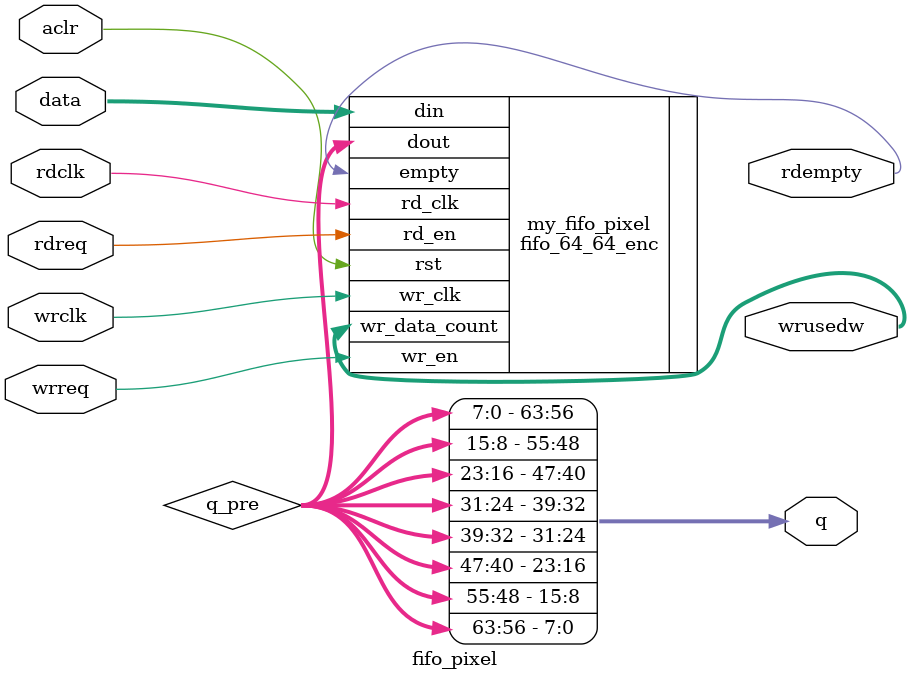
<source format=v>
`timescale 1ns / 1ps

module fifo_pixel (
	aclr,
	data,
	rdclk,
	rdreq,
	wrclk,
	wrreq,
	q,
	rdempty,
	wrusedw);

	input aclr;
	input	[63:0]  data;
	input	  rdclk;
	input	  rdreq;
	input	  wrclk;
	input	  wrreq;
	output	[63:0]  q;
	output	  rdempty;
	output   [7:0]  wrusedw;
	
	wire [63:0] q_pre;

	fifo_64_64_enc my_fifo_pixel(
		.rst (aclr),
		.wr_clk (wrclk),
		.rd_clk (rdclk),
		.din (data),
		.wr_en (wrreq),
		.rd_en (rdreq),
		.dout (q_pre),
		.empty (rdempty),
		.wr_data_count (wrusedw)
		);
	
	assign q = {q_pre[7:0],q_pre[15:8],q_pre[23:16],q_pre[31:24],q_pre[39:32],q_pre[47:40],q_pre[55:48],q_pre[63:56]};

endmodule

</source>
